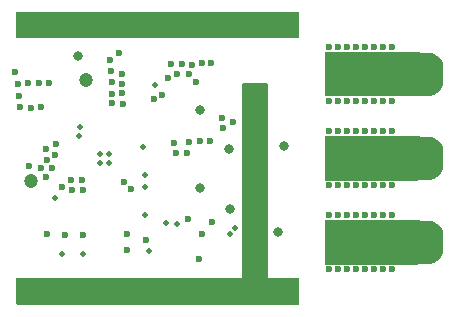
<source format=gbr>
%TF.GenerationSoftware,KiCad,Pcbnew,(6.0.5)*%
%TF.CreationDate,2023-01-29T08:36:09+08:00*%
%TF.ProjectId,Brushless_ESC_STC_V2,42727573-686c-4657-9373-5f4553435f53,rev?*%
%TF.SameCoordinates,Original*%
%TF.FileFunction,Copper,L2,Inr*%
%TF.FilePolarity,Positive*%
%FSLAX46Y46*%
G04 Gerber Fmt 4.6, Leading zero omitted, Abs format (unit mm)*
G04 Created by KiCad (PCBNEW (6.0.5)) date 2023-01-29 08:36:09*
%MOMM*%
%LPD*%
G01*
G04 APERTURE LIST*
%TA.AperFunction,ViaPad*%
%ADD10C,1.200000*%
%TD*%
%TA.AperFunction,ViaPad*%
%ADD11C,0.600000*%
%TD*%
%TA.AperFunction,ViaPad*%
%ADD12C,0.500000*%
%TD*%
%TA.AperFunction,ViaPad*%
%ADD13C,0.800000*%
%TD*%
G04 APERTURE END LIST*
D10*
%TO.N,+5V*%
X85852000Y-115824000D03*
D11*
%TO.N,GND*%
X82473800Y-121666000D03*
X84836000Y-111125000D03*
X95504000Y-110363000D03*
X93040200Y-114452400D03*
X88036400Y-116967000D03*
X88646000Y-111125000D03*
X100076000Y-110363000D03*
X94742000Y-110363000D03*
X92786200Y-115595400D03*
X93218000Y-111125000D03*
X80238600Y-118059200D03*
X88874600Y-116103400D03*
X97790000Y-110363000D03*
X80924400Y-116027200D03*
X97028000Y-111887000D03*
X94437200Y-127533400D03*
X91592400Y-117373400D03*
X95681800Y-128879600D03*
X88620600Y-113512600D03*
X80060800Y-116128800D03*
X100076000Y-111125000D03*
D12*
X98018600Y-128803400D03*
D11*
X96266000Y-111125000D03*
X82499200Y-122605800D03*
X81026000Y-110363000D03*
X85598000Y-110363000D03*
X85598000Y-111887000D03*
D12*
X85217000Y-120523000D03*
D11*
X93218000Y-110363000D03*
X87960200Y-115062000D03*
X91694000Y-110363000D03*
X83286600Y-121183400D03*
X89306400Y-130175000D03*
D12*
X87757000Y-122809000D03*
D11*
X90170000Y-111887000D03*
X93980000Y-111887000D03*
X90932000Y-111887000D03*
X83312000Y-111125000D03*
X80137000Y-117144800D03*
X98552000Y-110363000D03*
X79832200Y-115163600D03*
X96266000Y-111887000D03*
X84074000Y-111125000D03*
X83312000Y-110363000D03*
X99314000Y-111125000D03*
D12*
X98425000Y-128320800D03*
D11*
X81026000Y-111125000D03*
X88646000Y-111887000D03*
X85598000Y-111125000D03*
X94742000Y-111887000D03*
X100838000Y-110363000D03*
X84074000Y-111887000D03*
X97028000Y-111125000D03*
X80264000Y-110363000D03*
X97434400Y-119862600D03*
X82550000Y-111125000D03*
X93319600Y-121158000D03*
X88900000Y-115290600D03*
X97358200Y-118999000D03*
X96418400Y-114376200D03*
X83794600Y-124891800D03*
X90170000Y-110363000D03*
X95631000Y-114376200D03*
X88976200Y-117805200D03*
X89077800Y-124409200D03*
X94361000Y-121996200D03*
X87884000Y-110363000D03*
X84836000Y-110363000D03*
X90932000Y-110363000D03*
X99314000Y-110363000D03*
X84074000Y-110363000D03*
X96266000Y-110363000D03*
X94564200Y-115290600D03*
X90932000Y-111125000D03*
X99314000Y-111887000D03*
X93980000Y-110363000D03*
X86360000Y-110363000D03*
X82981800Y-123291600D03*
X89408000Y-110363000D03*
X90932000Y-129387600D03*
X96316800Y-120954800D03*
X87122000Y-110363000D03*
X93548200Y-115316000D03*
X81153000Y-118160800D03*
X95504000Y-111887000D03*
X95504000Y-111125000D03*
X91694000Y-111887000D03*
X95173800Y-115976400D03*
X85521800Y-124307600D03*
X87884000Y-111887000D03*
X93980000Y-114477800D03*
X81788000Y-111887000D03*
D12*
X86995000Y-122047000D03*
D11*
X96520000Y-127812800D03*
X84836000Y-111887000D03*
X82550000Y-110363000D03*
X81026000Y-111887000D03*
X92456000Y-111887000D03*
X97790000Y-111887000D03*
X88646000Y-110363000D03*
X89662000Y-124993400D03*
X82423000Y-124053600D03*
X87909400Y-114096800D03*
X82016600Y-123240800D03*
X87122000Y-111887000D03*
X93497400Y-121996200D03*
X83312000Y-111887000D03*
X97028000Y-110363000D03*
X92303600Y-117043200D03*
X88900000Y-116916200D03*
X95478600Y-121005600D03*
X82727800Y-116078000D03*
X86360000Y-111125000D03*
X100838000Y-111125000D03*
X94742000Y-111125000D03*
X94818200Y-114503200D03*
X82042000Y-118059200D03*
X94538800Y-121081800D03*
X93980000Y-111125000D03*
D12*
X87757000Y-122047000D03*
D11*
X80975200Y-123113800D03*
X83210400Y-122174000D03*
X81788000Y-111125000D03*
X89408000Y-111125000D03*
X93218000Y-111887000D03*
X86360000Y-111887000D03*
X89331800Y-128879600D03*
X84023200Y-128905000D03*
X100076000Y-111887000D03*
X82499200Y-128854200D03*
X81788000Y-110363000D03*
X84582000Y-124307600D03*
D12*
X86995000Y-122809000D03*
D11*
X98323400Y-119354600D03*
X81889600Y-116027200D03*
X92456000Y-110363000D03*
X85547200Y-125120400D03*
X88036400Y-115976400D03*
X100838000Y-111887000D03*
X80264000Y-111887000D03*
X82550000Y-111887000D03*
X80264000Y-111125000D03*
X90170000Y-111125000D03*
D12*
X85344000Y-119761000D03*
D11*
X97790000Y-111125000D03*
X89408000Y-111887000D03*
X87884000Y-111125000D03*
X92456000Y-111125000D03*
X88061800Y-117729000D03*
X98552000Y-111125000D03*
X87122000Y-111125000D03*
X84632800Y-125120400D03*
X91694000Y-111125000D03*
X98552000Y-111887000D03*
X85598000Y-128930400D03*
%TO.N,VDD*%
X84836000Y-132969000D03*
D12*
X100076000Y-122555000D03*
D11*
X89408000Y-132969000D03*
X89408000Y-133731000D03*
D12*
X99441000Y-118618000D03*
D11*
X84836000Y-133731000D03*
X90932000Y-134493000D03*
D12*
X100711000Y-118618000D03*
D11*
X83312000Y-132969000D03*
X81026000Y-134493000D03*
X95504000Y-133731000D03*
D12*
X99441000Y-122555000D03*
D11*
X90170000Y-134493000D03*
X92456000Y-132969000D03*
X81788000Y-134493000D03*
X93980000Y-134493000D03*
X90932000Y-132969000D03*
X81788000Y-132969000D03*
D12*
X100711000Y-128651000D03*
D11*
X82550000Y-133731000D03*
X100838000Y-133731000D03*
X86360000Y-134493000D03*
X93218000Y-132969000D03*
X90932000Y-133731000D03*
X91694000Y-133731000D03*
D12*
X100711000Y-119888000D03*
D11*
X87122000Y-134493000D03*
X88646000Y-134493000D03*
D12*
X99441000Y-119253000D03*
X100076000Y-119253000D03*
D11*
X99314000Y-133731000D03*
X86360000Y-133731000D03*
D12*
X100711000Y-132080000D03*
X100711000Y-122555000D03*
D11*
X82550000Y-132969000D03*
X99314000Y-134493000D03*
X95504000Y-132969000D03*
X88646000Y-132969000D03*
X92456000Y-133731000D03*
X84074000Y-133731000D03*
X94742000Y-133731000D03*
X97028000Y-134493000D03*
X90170000Y-133731000D03*
X97790000Y-132969000D03*
X91694000Y-134493000D03*
X100076000Y-134493000D03*
D12*
X99441000Y-132080000D03*
D11*
X88646000Y-133731000D03*
X94742000Y-132969000D03*
X81026000Y-132969000D03*
X84074000Y-134493000D03*
X80264000Y-134493000D03*
X81026000Y-133731000D03*
X98552000Y-132969000D03*
X87884000Y-133731000D03*
X87122000Y-132969000D03*
X97028000Y-132969000D03*
D12*
X100711000Y-119253000D03*
D11*
X82550000Y-134493000D03*
D12*
X99441000Y-119888000D03*
D11*
X93218000Y-134493000D03*
X91694000Y-132969000D03*
X85598000Y-134493000D03*
X99314000Y-132969000D03*
X85598000Y-132969000D03*
X98552000Y-133731000D03*
D12*
X100076000Y-116459000D03*
D11*
X93980000Y-132969000D03*
D12*
X100076000Y-123190000D03*
D11*
X96266000Y-132969000D03*
X84836000Y-134493000D03*
D12*
X100076000Y-132080000D03*
D11*
X80264000Y-133731000D03*
X83312000Y-134493000D03*
D12*
X100711000Y-116459000D03*
X100076000Y-119888000D03*
D10*
X81178400Y-124383800D03*
D12*
X99441000Y-116459000D03*
D11*
X85598000Y-133731000D03*
X81788000Y-133731000D03*
X87884000Y-134493000D03*
X87122000Y-133731000D03*
X100838000Y-134493000D03*
X86360000Y-132969000D03*
X90170000Y-132969000D03*
X97790000Y-134493000D03*
X80264000Y-132969000D03*
X97790000Y-133731000D03*
D12*
X100076000Y-128651000D03*
D11*
X97028000Y-133731000D03*
D12*
X100076000Y-123825000D03*
D11*
X89408000Y-134493000D03*
X92456000Y-134493000D03*
X95504000Y-134493000D03*
X96266000Y-134493000D03*
X83312000Y-133731000D03*
X87884000Y-132969000D03*
X100076000Y-133731000D03*
X100838000Y-132969000D03*
X100076000Y-132969000D03*
X93218000Y-133731000D03*
D12*
X99441000Y-123825000D03*
D11*
X96266000Y-133731000D03*
X84074000Y-132969000D03*
X93980000Y-133731000D03*
D12*
X100711000Y-123190000D03*
X100076000Y-118618000D03*
D11*
X98552000Y-134493000D03*
D12*
X99441000Y-123190000D03*
D11*
X94742000Y-134493000D03*
D12*
X99441000Y-128651000D03*
D13*
%TO.N,Net-(D3-Pad1)*%
X97917000Y-121666000D03*
X102616000Y-121412000D03*
%TO.N,Net-(D4-Pad1)*%
X102108000Y-128651000D03*
X98044000Y-126746000D03*
D11*
%TO.N,/W*%
X108712000Y-116840000D03*
X108712000Y-114554000D03*
X114935000Y-116840000D03*
X110998000Y-113792000D03*
X106426000Y-116078000D03*
X110236000Y-113792000D03*
X106426000Y-114554000D03*
X114935000Y-114554000D03*
X107950000Y-117602000D03*
X114935000Y-116078000D03*
X110236000Y-117602000D03*
X110998000Y-116840000D03*
X106426000Y-113030000D03*
X107188000Y-114554000D03*
X106426000Y-116840000D03*
X107188000Y-113792000D03*
X112649000Y-114554000D03*
X110998000Y-116078000D03*
X110236000Y-113030000D03*
X111760000Y-113792000D03*
X110998000Y-115316000D03*
X112649000Y-115316000D03*
X107188000Y-115316000D03*
X113411000Y-114554000D03*
X107188000Y-116840000D03*
X111760000Y-116840000D03*
X107950000Y-113792000D03*
X107950000Y-115316000D03*
X114173000Y-115316000D03*
X109474000Y-116840000D03*
X106426000Y-117602000D03*
X112649000Y-116078000D03*
X109474000Y-116078000D03*
X114173000Y-116078000D03*
X109474000Y-114554000D03*
X110236000Y-116840000D03*
X109474000Y-117602000D03*
X111760000Y-114554000D03*
X107188000Y-116078000D03*
X107188000Y-113030000D03*
X107950000Y-116078000D03*
X114173000Y-114554000D03*
X108712000Y-117602000D03*
X112649000Y-113792000D03*
X107950000Y-113030000D03*
X114935000Y-113792000D03*
X113411000Y-113792000D03*
X110236000Y-116078000D03*
X108712000Y-113030000D03*
X107188000Y-117602000D03*
X111760000Y-115316000D03*
X108712000Y-116078000D03*
X111760000Y-117602000D03*
X114173000Y-116840000D03*
X109474000Y-113792000D03*
X114173000Y-113792000D03*
X106426000Y-113792000D03*
D12*
X91186000Y-130302000D03*
D11*
X108712000Y-113792000D03*
X112649000Y-116840000D03*
X113411000Y-116840000D03*
X107950000Y-114554000D03*
X111760000Y-113030000D03*
X108712000Y-115316000D03*
X110998000Y-117602000D03*
X110236000Y-114554000D03*
X109474000Y-115316000D03*
X107950000Y-116840000D03*
X109474000Y-113030000D03*
X110998000Y-113030000D03*
X113411000Y-115316000D03*
X110236000Y-115316000D03*
X106426000Y-115316000D03*
X110998000Y-114554000D03*
X114935000Y-115316000D03*
X113411000Y-116078000D03*
X111760000Y-116078000D03*
D12*
%TO.N,/V*%
X85598000Y-130556000D03*
D11*
X112649000Y-122428000D03*
X112649000Y-123190000D03*
X112649000Y-121666000D03*
X113411000Y-121666000D03*
X107950000Y-123952000D03*
X110236000Y-120142000D03*
X114173000Y-122428000D03*
X108712000Y-120142000D03*
X106426000Y-120142000D03*
X107950000Y-120142000D03*
X107950000Y-123190000D03*
X109474000Y-122428000D03*
X111760000Y-120142000D03*
X110236000Y-124714000D03*
X107188000Y-123190000D03*
X107188000Y-124714000D03*
X109474000Y-120142000D03*
X107188000Y-123952000D03*
X107950000Y-124714000D03*
X108712000Y-122428000D03*
X106426000Y-121666000D03*
X111760000Y-123952000D03*
X110998000Y-124714000D03*
X110998000Y-123952000D03*
X110236000Y-121666000D03*
X113411000Y-123190000D03*
X110998000Y-120904000D03*
X108712000Y-123952000D03*
X111760000Y-121666000D03*
X109474000Y-120904000D03*
X106426000Y-123952000D03*
X110236000Y-123952000D03*
X109474000Y-124714000D03*
X108712000Y-124714000D03*
X113411000Y-123952000D03*
X114173000Y-123190000D03*
X110236000Y-122428000D03*
X107950000Y-120904000D03*
X113411000Y-120904000D03*
X109474000Y-123952000D03*
X106426000Y-122428000D03*
X106426000Y-120904000D03*
X114935000Y-120904000D03*
X111760000Y-123190000D03*
X107950000Y-121666000D03*
X110998000Y-122428000D03*
X111760000Y-122428000D03*
X114173000Y-121666000D03*
X109474000Y-121666000D03*
X112649000Y-123952000D03*
X108712000Y-120904000D03*
X107950000Y-122428000D03*
X112649000Y-120904000D03*
X110998000Y-120142000D03*
X110236000Y-120904000D03*
X107188000Y-122428000D03*
X110236000Y-123190000D03*
X107188000Y-120904000D03*
X114935000Y-122428000D03*
X107188000Y-121666000D03*
X113411000Y-122428000D03*
X111760000Y-120904000D03*
X106426000Y-124714000D03*
X110998000Y-121666000D03*
X114935000Y-123952000D03*
X114173000Y-120904000D03*
X109474000Y-123190000D03*
X108712000Y-123190000D03*
X114173000Y-123952000D03*
X107188000Y-120142000D03*
X114935000Y-121666000D03*
X111760000Y-124714000D03*
X106426000Y-123190000D03*
X114935000Y-123190000D03*
X110998000Y-123190000D03*
X108712000Y-121666000D03*
%TO.N,/U*%
X107188000Y-131064000D03*
X110998000Y-131826000D03*
X107188000Y-130302000D03*
X112649000Y-128016000D03*
X110998000Y-128778000D03*
X110236000Y-128016000D03*
X113411000Y-128016000D03*
X114935000Y-131064000D03*
X114173000Y-130302000D03*
X108712000Y-128016000D03*
X106426000Y-130302000D03*
X114173000Y-128016000D03*
X110236000Y-131826000D03*
X110998000Y-131064000D03*
X110236000Y-128778000D03*
X107188000Y-128778000D03*
X107950000Y-127254000D03*
X106426000Y-128016000D03*
X110236000Y-127254000D03*
X109474000Y-129540000D03*
X114173000Y-129540000D03*
X109474000Y-128016000D03*
X113411000Y-129540000D03*
X108712000Y-130302000D03*
X109474000Y-127254000D03*
X113411000Y-130302000D03*
X106426000Y-131064000D03*
X110236000Y-131064000D03*
X107950000Y-128016000D03*
X107950000Y-129540000D03*
X110998000Y-128016000D03*
X107188000Y-128016000D03*
X109474000Y-131826000D03*
X110998000Y-130302000D03*
X111760000Y-130302000D03*
X107950000Y-131064000D03*
X113411000Y-128778000D03*
X114173000Y-128778000D03*
X106426000Y-128778000D03*
X110998000Y-127254000D03*
X111760000Y-131064000D03*
X106426000Y-131826000D03*
D12*
X83820000Y-130556000D03*
D11*
X114935000Y-130302000D03*
X107188000Y-131826000D03*
X111760000Y-128016000D03*
X106426000Y-129540000D03*
X106426000Y-127254000D03*
X110236000Y-130302000D03*
X107950000Y-131826000D03*
X107950000Y-128778000D03*
X114935000Y-128016000D03*
X112649000Y-131064000D03*
X107188000Y-127254000D03*
X109474000Y-131064000D03*
X109474000Y-130302000D03*
X110998000Y-129540000D03*
X108712000Y-129540000D03*
X114173000Y-131064000D03*
X111760000Y-129540000D03*
X112649000Y-128778000D03*
X107188000Y-129540000D03*
X108712000Y-128778000D03*
X113411000Y-131064000D03*
X108712000Y-131064000D03*
X112649000Y-129540000D03*
X108712000Y-131826000D03*
X111760000Y-128778000D03*
X107950000Y-130302000D03*
X114935000Y-128778000D03*
X111760000Y-127254000D03*
X114935000Y-129540000D03*
X108712000Y-127254000D03*
X110236000Y-129540000D03*
X112649000Y-130302000D03*
X109474000Y-128778000D03*
X111760000Y-131826000D03*
D13*
%TO.N,Net-(Q5-PadG)*%
X95504000Y-118364000D03*
%TO.N,Net-(Q7-PadG)*%
X95504000Y-124968000D03*
D11*
%TO.N,Net-(Q9-PadG)*%
X95377000Y-130937000D03*
D12*
%TO.N,/PWM3*%
X91694000Y-116205000D03*
X90805000Y-123825000D03*
%TO.N,/PWM1*%
X90805000Y-124841000D03*
X92583000Y-127889000D03*
%TO.N,/PWM1L*%
X93573600Y-127990600D03*
X90678000Y-121478500D03*
%TO.N,/CMP-*%
X83185000Y-125806200D03*
X90805000Y-127254000D03*
D13*
%TO.N,Net-(J2-Pad1)*%
X85191600Y-113766600D03*
%TD*%
%TA.AperFunction,Conductor*%
%TO.N,VDD*%
G36*
X101178191Y-116096907D02*
G01*
X101214155Y-116146407D01*
X101219000Y-116177000D01*
X101219000Y-134747000D01*
X99060000Y-134747000D01*
X99060000Y-116177000D01*
X99078907Y-116118809D01*
X99128407Y-116082845D01*
X99159000Y-116078000D01*
X101120000Y-116078000D01*
X101178191Y-116096907D01*
G37*
%TD.AperFunction*%
%TD*%
%TA.AperFunction,Conductor*%
%TO.N,/U*%
G36*
X114020646Y-127688062D02*
G01*
X114053951Y-127695307D01*
X114208382Y-127706352D01*
X114293398Y-127712433D01*
X114294423Y-127712529D01*
X114299282Y-127713655D01*
X114300000Y-127713656D01*
X114305452Y-127712412D01*
X114305455Y-127712412D01*
X114311734Y-127710980D01*
X114333752Y-127708500D01*
X114773983Y-127708500D01*
X114796169Y-127711018D01*
X114807641Y-127713656D01*
X114818517Y-127711195D01*
X114829660Y-127711215D01*
X114829659Y-127711705D01*
X114839606Y-127710988D01*
X115007272Y-127724183D01*
X115022616Y-127726613D01*
X115116013Y-127749036D01*
X115209413Y-127771459D01*
X115224180Y-127776258D01*
X115323340Y-127817331D01*
X115401661Y-127849773D01*
X115415502Y-127856826D01*
X115579290Y-127957195D01*
X115591858Y-127966326D01*
X115737931Y-128091084D01*
X115748916Y-128102069D01*
X115873674Y-128248142D01*
X115882805Y-128260710D01*
X115983174Y-128424498D01*
X115990227Y-128438339D01*
X116063741Y-128615816D01*
X116068542Y-128630591D01*
X116100665Y-128764392D01*
X116103400Y-128787503D01*
X116103400Y-130292497D01*
X116100665Y-130315608D01*
X116068542Y-130449409D01*
X116063741Y-130464184D01*
X115990227Y-130641661D01*
X115983174Y-130655502D01*
X115882805Y-130819290D01*
X115873674Y-130831858D01*
X115748916Y-130977931D01*
X115737931Y-130988916D01*
X115591858Y-131113674D01*
X115579290Y-131122805D01*
X115415502Y-131223174D01*
X115401661Y-131230227D01*
X115323340Y-131262669D01*
X115224180Y-131303742D01*
X115209413Y-131308541D01*
X115116013Y-131330964D01*
X115022616Y-131353387D01*
X115007272Y-131355817D01*
X114840117Y-131368972D01*
X114830372Y-131368253D01*
X114830371Y-131368862D01*
X114819224Y-131368842D01*
X114808359Y-131366344D01*
X114796359Y-131369059D01*
X114774512Y-131371500D01*
X114334281Y-131371500D01*
X114311926Y-131368943D01*
X114308949Y-131368253D01*
X114300718Y-131366345D01*
X114300000Y-131366344D01*
X114295221Y-131367434D01*
X114295114Y-131367444D01*
X114171232Y-131376305D01*
X114053951Y-131384693D01*
X113812911Y-131437128D01*
X113808539Y-131438759D01*
X113807796Y-131438893D01*
X113806212Y-131439358D01*
X113806162Y-131439188D01*
X113773945Y-131445000D01*
X106144000Y-131445000D01*
X106085809Y-131426093D01*
X106049845Y-131376593D01*
X106045000Y-131346000D01*
X106045000Y-127784800D01*
X106063907Y-127726609D01*
X106113407Y-127690645D01*
X106144000Y-127685800D01*
X113999602Y-127685800D01*
X114020646Y-127688062D01*
G37*
%TD.AperFunction*%
%TD*%
%TA.AperFunction,Conductor*%
%TO.N,GND*%
G36*
X103845191Y-110047407D02*
G01*
X103881155Y-110096907D01*
X103886000Y-110127500D01*
X103886000Y-112169000D01*
X103867093Y-112227191D01*
X103817593Y-112263155D01*
X103787000Y-112268000D01*
X79982000Y-112268000D01*
X79923809Y-112249093D01*
X79887845Y-112199593D01*
X79883000Y-112169000D01*
X79883000Y-110167128D01*
X79901907Y-110108937D01*
X79951407Y-110072973D01*
X79958885Y-110070864D01*
X79989242Y-110063576D01*
X80065027Y-110045382D01*
X80080371Y-110042952D01*
X80233269Y-110030919D01*
X80248109Y-110031632D01*
X80255470Y-110031632D01*
X80264000Y-110033136D01*
X80281764Y-110030004D01*
X80298953Y-110028500D01*
X103787000Y-110028500D01*
X103845191Y-110047407D01*
G37*
%TD.AperFunction*%
%TD*%
%TA.AperFunction,Conductor*%
%TO.N,/V*%
G36*
X114020646Y-120576062D02*
G01*
X114053951Y-120583307D01*
X114208382Y-120594352D01*
X114293398Y-120600433D01*
X114294423Y-120600529D01*
X114299282Y-120601655D01*
X114300000Y-120601656D01*
X114305452Y-120600412D01*
X114305455Y-120600412D01*
X114311734Y-120598980D01*
X114333752Y-120596500D01*
X114773983Y-120596500D01*
X114796169Y-120599018D01*
X114807641Y-120601656D01*
X114818517Y-120599195D01*
X114829660Y-120599215D01*
X114829659Y-120599705D01*
X114839606Y-120598988D01*
X115007272Y-120612183D01*
X115022616Y-120614613D01*
X115116013Y-120637036D01*
X115209413Y-120659459D01*
X115224180Y-120664258D01*
X115323340Y-120705331D01*
X115401661Y-120737773D01*
X115415502Y-120744826D01*
X115579290Y-120845195D01*
X115591858Y-120854326D01*
X115737931Y-120979084D01*
X115748916Y-120990069D01*
X115873674Y-121136142D01*
X115882805Y-121148710D01*
X115983174Y-121312498D01*
X115990227Y-121326339D01*
X116063741Y-121503816D01*
X116068542Y-121518591D01*
X116100665Y-121652392D01*
X116103400Y-121675503D01*
X116103400Y-123180497D01*
X116100665Y-123203608D01*
X116068542Y-123337409D01*
X116063741Y-123352184D01*
X115990227Y-123529661D01*
X115983174Y-123543502D01*
X115882805Y-123707290D01*
X115873674Y-123719858D01*
X115748916Y-123865931D01*
X115737931Y-123876916D01*
X115591858Y-124001674D01*
X115579290Y-124010805D01*
X115415502Y-124111174D01*
X115401661Y-124118227D01*
X115323340Y-124150669D01*
X115224180Y-124191742D01*
X115209413Y-124196541D01*
X115116012Y-124218965D01*
X115022616Y-124241387D01*
X115007272Y-124243817D01*
X114840117Y-124256972D01*
X114830372Y-124256253D01*
X114830371Y-124256862D01*
X114819224Y-124256842D01*
X114808359Y-124254344D01*
X114796359Y-124257059D01*
X114774512Y-124259500D01*
X114334281Y-124259500D01*
X114311926Y-124256943D01*
X114308949Y-124256253D01*
X114300718Y-124254345D01*
X114300000Y-124254344D01*
X114295221Y-124255434D01*
X114295114Y-124255444D01*
X114171232Y-124264305D01*
X114053951Y-124272693D01*
X113812911Y-124325128D01*
X113808539Y-124326759D01*
X113807796Y-124326893D01*
X113806212Y-124327358D01*
X113806162Y-124327188D01*
X113773945Y-124333000D01*
X106144000Y-124333000D01*
X106085809Y-124314093D01*
X106049845Y-124264593D01*
X106045000Y-124234000D01*
X106045000Y-120672800D01*
X106063907Y-120614609D01*
X106113407Y-120578645D01*
X106144000Y-120573800D01*
X113999602Y-120573800D01*
X114020646Y-120576062D01*
G37*
%TD.AperFunction*%
%TD*%
%TA.AperFunction,Conductor*%
%TO.N,/W*%
G36*
X113806162Y-113416812D02*
G01*
X113806212Y-113416642D01*
X113807796Y-113417107D01*
X113808539Y-113417241D01*
X113812911Y-113418872D01*
X114053951Y-113471307D01*
X114208382Y-113482352D01*
X114293398Y-113488433D01*
X114294423Y-113488529D01*
X114299282Y-113489655D01*
X114300000Y-113489656D01*
X114305452Y-113488412D01*
X114305455Y-113488412D01*
X114311734Y-113486980D01*
X114333752Y-113484500D01*
X114773983Y-113484500D01*
X114796169Y-113487018D01*
X114807641Y-113489656D01*
X114818517Y-113487195D01*
X114829660Y-113487215D01*
X114829659Y-113487705D01*
X114839606Y-113486988D01*
X115007272Y-113500183D01*
X115022616Y-113502613D01*
X115116013Y-113525036D01*
X115209413Y-113547459D01*
X115224180Y-113552258D01*
X115323340Y-113593331D01*
X115401661Y-113625773D01*
X115415502Y-113632826D01*
X115579290Y-113733195D01*
X115591858Y-113742326D01*
X115737931Y-113867084D01*
X115748916Y-113878069D01*
X115873674Y-114024142D01*
X115882805Y-114036710D01*
X115983174Y-114200498D01*
X115990227Y-114214339D01*
X116063741Y-114391816D01*
X116068542Y-114406591D01*
X116100665Y-114540392D01*
X116103400Y-114563503D01*
X116103400Y-116068497D01*
X116100665Y-116091608D01*
X116068542Y-116225409D01*
X116063741Y-116240184D01*
X115990227Y-116417661D01*
X115983174Y-116431502D01*
X115882805Y-116595290D01*
X115873674Y-116607858D01*
X115748916Y-116753931D01*
X115737931Y-116764916D01*
X115591858Y-116889674D01*
X115579290Y-116898805D01*
X115415502Y-116999174D01*
X115401661Y-117006227D01*
X115323340Y-117038669D01*
X115224180Y-117079742D01*
X115209413Y-117084541D01*
X115137553Y-117101793D01*
X115022616Y-117129387D01*
X115007272Y-117131817D01*
X114840117Y-117144972D01*
X114830372Y-117144253D01*
X114830371Y-117144862D01*
X114819224Y-117144842D01*
X114808359Y-117142344D01*
X114796359Y-117145059D01*
X114774512Y-117147500D01*
X114334281Y-117147500D01*
X114311926Y-117144943D01*
X114308949Y-117144253D01*
X114300718Y-117142345D01*
X114300000Y-117142344D01*
X114295221Y-117143434D01*
X114295114Y-117143444D01*
X114185378Y-117151293D01*
X114053951Y-117160693D01*
X114050508Y-117161442D01*
X114020646Y-117167938D01*
X113999602Y-117170200D01*
X106144000Y-117170200D01*
X106085809Y-117151293D01*
X106049845Y-117101793D01*
X106045000Y-117071200D01*
X106045000Y-113510000D01*
X106063907Y-113451809D01*
X106113407Y-113415845D01*
X106144000Y-113411000D01*
X113773945Y-113411000D01*
X113806162Y-113416812D01*
G37*
%TD.AperFunction*%
%TD*%
%TA.AperFunction,Conductor*%
%TO.N,VDD*%
G36*
X103845191Y-132606907D02*
G01*
X103881155Y-132656407D01*
X103886000Y-132687000D01*
X103886000Y-134728500D01*
X103867093Y-134786691D01*
X103817593Y-134822655D01*
X103787000Y-134827500D01*
X80298953Y-134827500D01*
X80281764Y-134825996D01*
X80264000Y-134822864D01*
X80255470Y-134824368D01*
X80248109Y-134824368D01*
X80233269Y-134825081D01*
X80080371Y-134813048D01*
X80065027Y-134810618D01*
X79989242Y-134792424D01*
X79958889Y-134785137D01*
X79906720Y-134753168D01*
X79883305Y-134696640D01*
X79883000Y-134688872D01*
X79883000Y-132687000D01*
X79901907Y-132628809D01*
X79951407Y-132592845D01*
X79982000Y-132588000D01*
X103787000Y-132588000D01*
X103845191Y-132606907D01*
G37*
%TD.AperFunction*%
%TD*%
M02*

</source>
